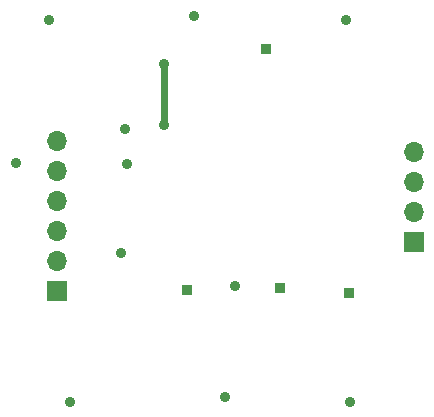
<source format=gbr>
G04 #@! TF.GenerationSoftware,KiCad,Pcbnew,(5.0.2)-1*
G04 #@! TF.CreationDate,2019-10-03T15:21:39+01:00*
G04 #@! TF.ProjectId,RS-485_FTDI,52532d34-3835-45f4-9654-44492e6b6963,rev?*
G04 #@! TF.SameCoordinates,Original*
G04 #@! TF.FileFunction,Copper,L2,Bot*
G04 #@! TF.FilePolarity,Positive*
%FSLAX46Y46*%
G04 Gerber Fmt 4.6, Leading zero omitted, Abs format (unit mm)*
G04 Created by KiCad (PCBNEW (5.0.2)-1) date 03/10/2019 15:21:39*
%MOMM*%
%LPD*%
G01*
G04 APERTURE LIST*
G04 #@! TA.AperFunction,ComponentPad*
%ADD10O,1.700000X1.700000*%
G04 #@! TD*
G04 #@! TA.AperFunction,ComponentPad*
%ADD11R,1.700000X1.700000*%
G04 #@! TD*
G04 #@! TA.AperFunction,ComponentPad*
%ADD12R,0.850000X0.850000*%
G04 #@! TD*
G04 #@! TA.AperFunction,ViaPad*
%ADD13C,0.900000*%
G04 #@! TD*
G04 #@! TA.AperFunction,Conductor*
%ADD14C,0.600000*%
G04 #@! TD*
G04 APERTURE END LIST*
D10*
G04 #@! TO.P,J1,6*
G04 #@! TO.N,DTR*
X56200000Y-137500000D03*
G04 #@! TO.P,J1,5*
G04 #@! TO.N,RXI*
X56200000Y-140040000D03*
G04 #@! TO.P,J1,4*
G04 #@! TO.N,TXO*
X56200000Y-142580000D03*
G04 #@! TO.P,J1,3*
G04 #@! TO.N,+5V*
X56200000Y-145120000D03*
G04 #@! TO.P,J1,2*
G04 #@! TO.N,CTS*
X56200000Y-147660000D03*
D11*
G04 #@! TO.P,J1,1*
G04 #@! TO.N,GND*
X56200000Y-150200000D03*
G04 #@! TD*
D12*
G04 #@! TO.P,J2,1*
G04 #@! TO.N,Net-(J2-Pad1)*
X67200000Y-150100000D03*
G04 #@! TD*
D10*
G04 #@! TO.P,J3,4*
G04 #@! TO.N,GND*
X86400000Y-138480000D03*
G04 #@! TO.P,J3,3*
X86400000Y-141020000D03*
G04 #@! TO.P,J3,2*
G04 #@! TO.N,WIRE-*
X86400000Y-143560000D03*
D11*
G04 #@! TO.P,J3,1*
G04 #@! TO.N,WIRE+*
X86400000Y-146100000D03*
G04 #@! TD*
D12*
G04 #@! TO.P,J4,1*
G04 #@! TO.N,+5V*
X73900000Y-129700000D03*
G04 #@! TD*
G04 #@! TO.P,J5,1*
G04 #@! TO.N,Net-(J5-Pad1)*
X75100000Y-150000000D03*
G04 #@! TD*
G04 #@! TO.P,J6,1*
G04 #@! TO.N,GND*
X80900000Y-150400000D03*
G04 #@! TD*
D13*
G04 #@! TO.N,GND*
X65300000Y-136200000D03*
X65300000Y-131000000D03*
X55500000Y-127300000D03*
X67800000Y-126900000D03*
X80700000Y-127300000D03*
X81000000Y-159600000D03*
X70400000Y-159200000D03*
X57300000Y-159600000D03*
X62000000Y-136500000D03*
X62100000Y-139500000D03*
X61600000Y-147000000D03*
X71300000Y-149800000D03*
X52700000Y-139400000D03*
G04 #@! TD*
D14*
G04 #@! TO.N,GND*
X65300000Y-131000000D02*
X65300000Y-136200000D01*
G04 #@! TD*
M02*

</source>
